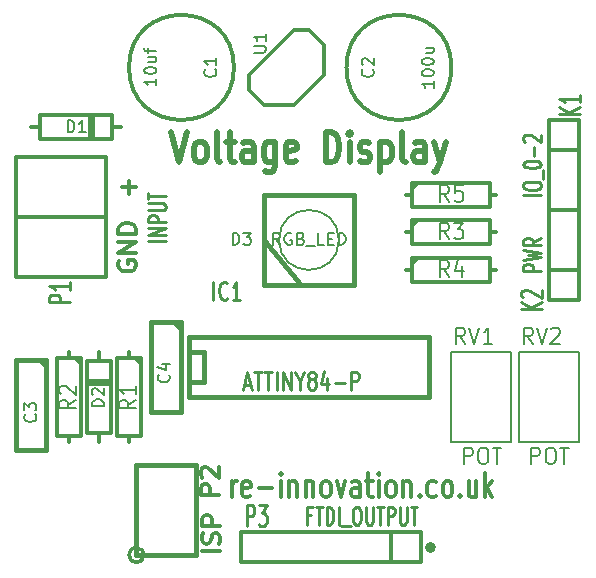
<source format=gto>
G04 (created by PCBNEW (2013-07-07 BZR 4022)-stable) date 02/06/2014 16:55:50*
%MOIN*%
G04 Gerber Fmt 3.4, Leading zero omitted, Abs format*
%FSLAX34Y34*%
G01*
G70*
G90*
G04 APERTURE LIST*
%ADD10C,0.00590551*%
%ADD11C,0.012*%
%ADD12C,0.02*%
%ADD13C,0.015*%
%ADD14C,0.005*%
%ADD15C,0.011811*%
%ADD16C,0.008*%
%ADD17C,0.0107*%
%ADD18C,0.01*%
%ADD19C,0.0106*%
%ADD20C,0.01125*%
G04 APERTURE END LIST*
G54D10*
G54D11*
X12685Y-5573D02*
X12685Y-5040D01*
X12685Y-5192D02*
X12714Y-5116D01*
X12742Y-5078D01*
X12800Y-5040D01*
X12857Y-5040D01*
X13285Y-5535D02*
X13228Y-5573D01*
X13114Y-5573D01*
X13057Y-5535D01*
X13028Y-5459D01*
X13028Y-5154D01*
X13057Y-5078D01*
X13114Y-5040D01*
X13228Y-5040D01*
X13285Y-5078D01*
X13314Y-5154D01*
X13314Y-5230D01*
X13028Y-5307D01*
X13571Y-5269D02*
X14028Y-5269D01*
X14314Y-5573D02*
X14314Y-5040D01*
X14314Y-4773D02*
X14285Y-4811D01*
X14314Y-4850D01*
X14342Y-4811D01*
X14314Y-4773D01*
X14314Y-4850D01*
X14600Y-5040D02*
X14600Y-5573D01*
X14600Y-5116D02*
X14628Y-5078D01*
X14685Y-5040D01*
X14771Y-5040D01*
X14828Y-5078D01*
X14857Y-5154D01*
X14857Y-5573D01*
X15142Y-5040D02*
X15142Y-5573D01*
X15142Y-5116D02*
X15171Y-5078D01*
X15228Y-5040D01*
X15314Y-5040D01*
X15371Y-5078D01*
X15400Y-5154D01*
X15400Y-5573D01*
X15771Y-5573D02*
X15714Y-5535D01*
X15685Y-5497D01*
X15657Y-5421D01*
X15657Y-5192D01*
X15685Y-5116D01*
X15714Y-5078D01*
X15771Y-5040D01*
X15857Y-5040D01*
X15914Y-5078D01*
X15942Y-5116D01*
X15971Y-5192D01*
X15971Y-5421D01*
X15942Y-5497D01*
X15914Y-5535D01*
X15857Y-5573D01*
X15771Y-5573D01*
X16171Y-5040D02*
X16314Y-5573D01*
X16457Y-5040D01*
X16942Y-5573D02*
X16942Y-5154D01*
X16914Y-5078D01*
X16857Y-5040D01*
X16742Y-5040D01*
X16685Y-5078D01*
X16942Y-5535D02*
X16885Y-5573D01*
X16742Y-5573D01*
X16685Y-5535D01*
X16657Y-5459D01*
X16657Y-5383D01*
X16685Y-5307D01*
X16742Y-5269D01*
X16885Y-5269D01*
X16942Y-5230D01*
X17142Y-5040D02*
X17371Y-5040D01*
X17228Y-4773D02*
X17228Y-5459D01*
X17257Y-5535D01*
X17314Y-5573D01*
X17371Y-5573D01*
X17571Y-5573D02*
X17571Y-5040D01*
X17571Y-4773D02*
X17542Y-4811D01*
X17571Y-4850D01*
X17600Y-4811D01*
X17571Y-4773D01*
X17571Y-4850D01*
X17942Y-5573D02*
X17885Y-5535D01*
X17857Y-5497D01*
X17828Y-5421D01*
X17828Y-5192D01*
X17857Y-5116D01*
X17885Y-5078D01*
X17942Y-5040D01*
X18028Y-5040D01*
X18085Y-5078D01*
X18114Y-5116D01*
X18142Y-5192D01*
X18142Y-5421D01*
X18114Y-5497D01*
X18085Y-5535D01*
X18028Y-5573D01*
X17942Y-5573D01*
X18400Y-5040D02*
X18400Y-5573D01*
X18400Y-5116D02*
X18428Y-5078D01*
X18485Y-5040D01*
X18571Y-5040D01*
X18628Y-5078D01*
X18657Y-5154D01*
X18657Y-5573D01*
X18942Y-5497D02*
X18971Y-5535D01*
X18942Y-5573D01*
X18914Y-5535D01*
X18942Y-5497D01*
X18942Y-5573D01*
X19485Y-5535D02*
X19428Y-5573D01*
X19314Y-5573D01*
X19257Y-5535D01*
X19228Y-5497D01*
X19200Y-5421D01*
X19200Y-5192D01*
X19228Y-5116D01*
X19257Y-5078D01*
X19314Y-5040D01*
X19428Y-5040D01*
X19485Y-5078D01*
X19828Y-5573D02*
X19771Y-5535D01*
X19742Y-5497D01*
X19714Y-5421D01*
X19714Y-5192D01*
X19742Y-5116D01*
X19771Y-5078D01*
X19828Y-5040D01*
X19914Y-5040D01*
X19971Y-5078D01*
X20000Y-5116D01*
X20028Y-5192D01*
X20028Y-5421D01*
X20000Y-5497D01*
X19971Y-5535D01*
X19914Y-5573D01*
X19828Y-5573D01*
X20285Y-5497D02*
X20314Y-5535D01*
X20285Y-5573D01*
X20257Y-5535D01*
X20285Y-5497D01*
X20285Y-5573D01*
X20828Y-5040D02*
X20828Y-5573D01*
X20571Y-5040D02*
X20571Y-5459D01*
X20600Y-5535D01*
X20657Y-5573D01*
X20742Y-5573D01*
X20800Y-5535D01*
X20828Y-5497D01*
X21114Y-5573D02*
X21114Y-4773D01*
X21171Y-5269D02*
X21342Y-5573D01*
X21342Y-5040D02*
X21114Y-5345D01*
G54D12*
X10659Y6595D02*
X10926Y5595D01*
X11192Y6595D01*
X11573Y5595D02*
X11497Y5642D01*
X11459Y5690D01*
X11421Y5785D01*
X11421Y6071D01*
X11459Y6166D01*
X11497Y6214D01*
X11573Y6261D01*
X11688Y6261D01*
X11764Y6214D01*
X11802Y6166D01*
X11840Y6071D01*
X11840Y5785D01*
X11802Y5690D01*
X11764Y5642D01*
X11688Y5595D01*
X11573Y5595D01*
X12297Y5595D02*
X12221Y5642D01*
X12183Y5738D01*
X12183Y6595D01*
X12488Y6261D02*
X12792Y6261D01*
X12602Y6595D02*
X12602Y5738D01*
X12640Y5642D01*
X12716Y5595D01*
X12792Y5595D01*
X13402Y5595D02*
X13402Y6119D01*
X13364Y6214D01*
X13288Y6261D01*
X13135Y6261D01*
X13059Y6214D01*
X13402Y5642D02*
X13326Y5595D01*
X13135Y5595D01*
X13059Y5642D01*
X13021Y5738D01*
X13021Y5833D01*
X13059Y5928D01*
X13135Y5976D01*
X13326Y5976D01*
X13402Y6023D01*
X14126Y6261D02*
X14126Y5452D01*
X14088Y5357D01*
X14050Y5309D01*
X13973Y5261D01*
X13859Y5261D01*
X13783Y5309D01*
X14126Y5642D02*
X14050Y5595D01*
X13897Y5595D01*
X13821Y5642D01*
X13783Y5690D01*
X13745Y5785D01*
X13745Y6071D01*
X13783Y6166D01*
X13821Y6214D01*
X13897Y6261D01*
X14050Y6261D01*
X14126Y6214D01*
X14811Y5642D02*
X14735Y5595D01*
X14583Y5595D01*
X14507Y5642D01*
X14469Y5738D01*
X14469Y6119D01*
X14507Y6214D01*
X14583Y6261D01*
X14735Y6261D01*
X14811Y6214D01*
X14850Y6119D01*
X14850Y6023D01*
X14469Y5928D01*
X15802Y5595D02*
X15802Y6595D01*
X15992Y6595D01*
X16107Y6547D01*
X16183Y6452D01*
X16221Y6357D01*
X16259Y6166D01*
X16259Y6023D01*
X16221Y5833D01*
X16183Y5738D01*
X16107Y5642D01*
X15992Y5595D01*
X15802Y5595D01*
X16602Y5595D02*
X16602Y6261D01*
X16602Y6595D02*
X16564Y6547D01*
X16602Y6500D01*
X16640Y6547D01*
X16602Y6595D01*
X16602Y6500D01*
X16945Y5642D02*
X17021Y5595D01*
X17173Y5595D01*
X17250Y5642D01*
X17288Y5738D01*
X17288Y5785D01*
X17250Y5880D01*
X17173Y5928D01*
X17059Y5928D01*
X16983Y5976D01*
X16945Y6071D01*
X16945Y6119D01*
X16983Y6214D01*
X17059Y6261D01*
X17173Y6261D01*
X17250Y6214D01*
X17630Y6261D02*
X17630Y5261D01*
X17630Y6214D02*
X17707Y6261D01*
X17859Y6261D01*
X17935Y6214D01*
X17973Y6166D01*
X18011Y6071D01*
X18011Y5785D01*
X17973Y5690D01*
X17935Y5642D01*
X17859Y5595D01*
X17707Y5595D01*
X17630Y5642D01*
X18469Y5595D02*
X18392Y5642D01*
X18354Y5738D01*
X18354Y6595D01*
X19116Y5595D02*
X19116Y6119D01*
X19078Y6214D01*
X19002Y6261D01*
X18849Y6261D01*
X18773Y6214D01*
X19116Y5642D02*
X19040Y5595D01*
X18849Y5595D01*
X18773Y5642D01*
X18735Y5738D01*
X18735Y5833D01*
X18773Y5928D01*
X18849Y5976D01*
X19040Y5976D01*
X19116Y6023D01*
X19421Y6261D02*
X19611Y5595D01*
X19802Y6261D02*
X19611Y5595D01*
X19535Y5357D01*
X19497Y5309D01*
X19421Y5261D01*
G54D13*
X15000Y1500D02*
X13750Y3000D01*
X16750Y4500D02*
X16750Y1500D01*
X16750Y1500D02*
X13750Y1500D01*
X13750Y1500D02*
X13750Y4500D01*
X13750Y4500D02*
X16750Y4500D01*
G54D14*
X16250Y3000D02*
G75*
G03X16250Y3000I-1000J0D01*
G74*
G01*
X16750Y1500D02*
X13750Y1500D01*
X13750Y1500D02*
X13750Y4500D01*
X13750Y4500D02*
X16750Y4500D01*
X16750Y1500D02*
X16750Y4500D01*
G54D11*
X14750Y10000D02*
X13250Y8500D01*
X13250Y8500D02*
X13250Y8000D01*
X13250Y8000D02*
X13750Y7500D01*
X13750Y7500D02*
X14750Y7500D01*
X14750Y7500D02*
X15750Y8500D01*
X15750Y8500D02*
X15750Y9500D01*
X15750Y9500D02*
X15250Y10000D01*
X15250Y10000D02*
X14750Y10000D01*
G54D13*
X6500Y-1000D02*
X5500Y-1000D01*
X5500Y-1000D02*
X5500Y-4000D01*
X5500Y-4000D02*
X6500Y-4000D01*
X6500Y-4000D02*
X6500Y-1000D01*
G54D11*
X6250Y-1000D02*
X6500Y-1250D01*
G54D10*
X22000Y-750D02*
X22000Y-3750D01*
X22000Y-3750D02*
X20000Y-3750D01*
X20000Y-3750D02*
X20000Y-750D01*
X20000Y-750D02*
X22000Y-750D01*
X24250Y-750D02*
X24250Y-3750D01*
X24250Y-3750D02*
X22250Y-3750D01*
X22250Y-3750D02*
X22250Y-750D01*
X22250Y-750D02*
X24250Y-750D01*
G54D13*
X11000Y250D02*
X10000Y250D01*
X10000Y250D02*
X10000Y-2750D01*
X10000Y-2750D02*
X11000Y-2750D01*
X11000Y-2750D02*
X11000Y250D01*
G54D11*
X10750Y250D02*
X11000Y0D01*
X20000Y8750D02*
G75*
G03X20000Y8750I-1750J0D01*
G74*
G01*
X8250Y-750D02*
X8250Y-1050D01*
X8250Y-1050D02*
X7850Y-1050D01*
X7850Y-1050D02*
X7850Y-3450D01*
X7850Y-3450D02*
X8250Y-3450D01*
X8250Y-3450D02*
X8250Y-3750D01*
X8250Y-3450D02*
X8650Y-3450D01*
X8650Y-3450D02*
X8650Y-1050D01*
X8650Y-1050D02*
X8250Y-1050D01*
X7850Y-1700D02*
X8650Y-1700D01*
X8650Y-1800D02*
X7850Y-1800D01*
X12750Y8750D02*
G75*
G03X12750Y8750I-1750J0D01*
G74*
G01*
X9000Y6750D02*
X8700Y6750D01*
X8700Y6750D02*
X8700Y7150D01*
X8700Y7150D02*
X6300Y7150D01*
X6300Y7150D02*
X6300Y6750D01*
X6300Y6750D02*
X6000Y6750D01*
X6300Y6750D02*
X6300Y6350D01*
X6300Y6350D02*
X8700Y6350D01*
X8700Y6350D02*
X8700Y6750D01*
X8050Y7150D02*
X8050Y6350D01*
X7950Y6350D02*
X7950Y7150D01*
G54D15*
X9750Y-7500D02*
G75*
G03X9750Y-7500I-250J0D01*
G74*
G01*
G54D13*
X9500Y-7500D02*
X9500Y-4500D01*
X9500Y-4500D02*
X11500Y-4500D01*
X11500Y-4500D02*
X11500Y-7500D01*
X11500Y-7500D02*
X9500Y-7500D01*
G54D15*
X5500Y5750D02*
X5500Y1750D01*
X8500Y5750D02*
X8500Y1750D01*
X5500Y1750D02*
X8500Y1750D01*
X8500Y3750D02*
X5500Y3750D01*
X5500Y5750D02*
X8500Y5750D01*
G54D13*
X19400Y-7250D02*
G75*
G03X19400Y-7250I-100J0D01*
G74*
G01*
G54D11*
X19000Y-6750D02*
X19000Y-7750D01*
X19000Y-7750D02*
X13000Y-7750D01*
X13000Y-7750D02*
X13000Y-6750D01*
X13000Y-6750D02*
X19000Y-6750D01*
X18000Y-6750D02*
X18000Y-7750D01*
X23250Y7000D02*
X24250Y7000D01*
X24250Y7000D02*
X24250Y4000D01*
X24250Y4000D02*
X23250Y4000D01*
X23250Y4000D02*
X23250Y7000D01*
X24250Y6000D02*
X23250Y6000D01*
X9250Y-750D02*
X9250Y-950D01*
X9250Y-3750D02*
X9250Y-3550D01*
X9250Y-3550D02*
X9650Y-3550D01*
X9650Y-3550D02*
X9650Y-950D01*
X9650Y-950D02*
X8850Y-950D01*
X8850Y-950D02*
X8850Y-3550D01*
X8850Y-3550D02*
X9250Y-3550D01*
X9450Y-950D02*
X9650Y-1150D01*
X7250Y-750D02*
X7250Y-950D01*
X7250Y-3750D02*
X7250Y-3550D01*
X7250Y-3550D02*
X7650Y-3550D01*
X7650Y-3550D02*
X7650Y-950D01*
X7650Y-950D02*
X6850Y-950D01*
X6850Y-950D02*
X6850Y-3550D01*
X6850Y-3550D02*
X7250Y-3550D01*
X7450Y-950D02*
X7650Y-1150D01*
X18500Y3250D02*
X18700Y3250D01*
X21500Y3250D02*
X21300Y3250D01*
X21300Y3250D02*
X21300Y3650D01*
X21300Y3650D02*
X18700Y3650D01*
X18700Y3650D02*
X18700Y2850D01*
X18700Y2850D02*
X21300Y2850D01*
X21300Y2850D02*
X21300Y3250D01*
X18700Y3450D02*
X18900Y3650D01*
X18500Y2000D02*
X18700Y2000D01*
X21500Y2000D02*
X21300Y2000D01*
X21300Y2000D02*
X21300Y2400D01*
X21300Y2400D02*
X18700Y2400D01*
X18700Y2400D02*
X18700Y1600D01*
X18700Y1600D02*
X21300Y1600D01*
X21300Y1600D02*
X21300Y2000D01*
X18700Y2200D02*
X18900Y2400D01*
X18500Y4500D02*
X18700Y4500D01*
X21500Y4500D02*
X21300Y4500D01*
X21300Y4500D02*
X21300Y4900D01*
X21300Y4900D02*
X18700Y4900D01*
X18700Y4900D02*
X18700Y4100D01*
X18700Y4100D02*
X21300Y4100D01*
X21300Y4100D02*
X21300Y4500D01*
X18700Y4700D02*
X18900Y4900D01*
G54D13*
X11250Y-250D02*
X19250Y-250D01*
X19250Y-2250D02*
X11250Y-2250D01*
X11250Y-2250D02*
X11250Y-250D01*
X11250Y-750D02*
X11750Y-750D01*
X11750Y-750D02*
X11750Y-1750D01*
X11750Y-1750D02*
X11250Y-1750D01*
X19250Y-250D02*
X19250Y-2250D01*
G54D11*
X24250Y1000D02*
X23250Y1000D01*
X23250Y1000D02*
X23250Y4000D01*
X23250Y4000D02*
X24250Y4000D01*
X24250Y4000D02*
X24250Y1000D01*
X23250Y2000D02*
X24250Y2000D01*
G54D16*
X12704Y2838D02*
X12704Y3238D01*
X12800Y3238D01*
X12857Y3219D01*
X12895Y3180D01*
X12914Y3142D01*
X12933Y3066D01*
X12933Y3009D01*
X12914Y2933D01*
X12895Y2895D01*
X12857Y2857D01*
X12800Y2838D01*
X12704Y2838D01*
X13066Y3238D02*
X13314Y3238D01*
X13180Y3085D01*
X13238Y3085D01*
X13276Y3066D01*
X13295Y3047D01*
X13314Y3009D01*
X13314Y2914D01*
X13295Y2876D01*
X13276Y2857D01*
X13238Y2838D01*
X13123Y2838D01*
X13085Y2857D01*
X13066Y2876D01*
X14278Y2838D02*
X14145Y3028D01*
X14050Y2838D02*
X14050Y3238D01*
X14202Y3238D01*
X14240Y3219D01*
X14259Y3200D01*
X14278Y3161D01*
X14278Y3104D01*
X14259Y3066D01*
X14240Y3047D01*
X14202Y3028D01*
X14050Y3028D01*
X14659Y3219D02*
X14621Y3238D01*
X14564Y3238D01*
X14507Y3219D01*
X14469Y3180D01*
X14450Y3142D01*
X14430Y3066D01*
X14430Y3009D01*
X14450Y2933D01*
X14469Y2895D01*
X14507Y2857D01*
X14564Y2838D01*
X14602Y2838D01*
X14659Y2857D01*
X14678Y2876D01*
X14678Y3009D01*
X14602Y3009D01*
X14983Y3047D02*
X15040Y3028D01*
X15059Y3009D01*
X15078Y2971D01*
X15078Y2914D01*
X15059Y2876D01*
X15040Y2857D01*
X15002Y2838D01*
X14850Y2838D01*
X14850Y3238D01*
X14983Y3238D01*
X15021Y3219D01*
X15040Y3200D01*
X15059Y3161D01*
X15059Y3123D01*
X15040Y3085D01*
X15021Y3066D01*
X14983Y3047D01*
X14850Y3047D01*
X15154Y2800D02*
X15459Y2800D01*
X15745Y2838D02*
X15554Y2838D01*
X15554Y3238D01*
X15878Y3047D02*
X16011Y3047D01*
X16069Y2838D02*
X15878Y2838D01*
X15878Y3238D01*
X16069Y3238D01*
X16240Y2838D02*
X16240Y3238D01*
X16335Y3238D01*
X16392Y3219D01*
X16430Y3180D01*
X16450Y3142D01*
X16469Y3066D01*
X16469Y3009D01*
X16450Y2933D01*
X16430Y2895D01*
X16392Y2857D01*
X16335Y2838D01*
X16240Y2838D01*
X13411Y9245D02*
X13735Y9245D01*
X13773Y9264D01*
X13792Y9283D01*
X13811Y9321D01*
X13811Y9397D01*
X13792Y9435D01*
X13773Y9454D01*
X13735Y9473D01*
X13411Y9473D01*
X13811Y9873D02*
X13811Y9645D01*
X13811Y9759D02*
X13411Y9759D01*
X13469Y9721D01*
X13507Y9683D01*
X13526Y9645D01*
X6123Y-2816D02*
X6142Y-2835D01*
X6161Y-2892D01*
X6161Y-2930D01*
X6142Y-2988D01*
X6104Y-3026D01*
X6066Y-3045D01*
X5990Y-3064D01*
X5933Y-3064D01*
X5857Y-3045D01*
X5819Y-3026D01*
X5780Y-2988D01*
X5761Y-2930D01*
X5761Y-2892D01*
X5780Y-2835D01*
X5800Y-2816D01*
X5761Y-2683D02*
X5761Y-2435D01*
X5914Y-2569D01*
X5914Y-2511D01*
X5933Y-2473D01*
X5952Y-2454D01*
X5990Y-2435D01*
X6085Y-2435D01*
X6123Y-2454D01*
X6142Y-2473D01*
X6161Y-2511D01*
X6161Y-2626D01*
X6142Y-2664D01*
X6123Y-2683D01*
X20452Y-472D02*
X20285Y-210D01*
X20166Y-472D02*
X20166Y77D01*
X20357Y77D01*
X20404Y51D01*
X20428Y25D01*
X20452Y-27D01*
X20452Y-105D01*
X20428Y-158D01*
X20404Y-184D01*
X20357Y-210D01*
X20166Y-210D01*
X20595Y77D02*
X20761Y-472D01*
X20928Y77D01*
X21357Y-472D02*
X21071Y-472D01*
X21214Y-472D02*
X21214Y77D01*
X21166Y-1D01*
X21119Y-53D01*
X21071Y-79D01*
X20416Y-4472D02*
X20416Y-3922D01*
X20607Y-3922D01*
X20654Y-3948D01*
X20678Y-3975D01*
X20702Y-4027D01*
X20702Y-4105D01*
X20678Y-4158D01*
X20654Y-4184D01*
X20607Y-4210D01*
X20416Y-4210D01*
X21011Y-3922D02*
X21107Y-3922D01*
X21154Y-3948D01*
X21202Y-4001D01*
X21226Y-4105D01*
X21226Y-4289D01*
X21202Y-4394D01*
X21154Y-4446D01*
X21107Y-4472D01*
X21011Y-4472D01*
X20964Y-4446D01*
X20916Y-4394D01*
X20892Y-4289D01*
X20892Y-4105D01*
X20916Y-4001D01*
X20964Y-3948D01*
X21011Y-3922D01*
X21369Y-3922D02*
X21654Y-3922D01*
X21511Y-4472D02*
X21511Y-3922D01*
X22702Y-472D02*
X22535Y-210D01*
X22416Y-472D02*
X22416Y77D01*
X22607Y77D01*
X22654Y51D01*
X22678Y25D01*
X22702Y-27D01*
X22702Y-105D01*
X22678Y-158D01*
X22654Y-184D01*
X22607Y-210D01*
X22416Y-210D01*
X22845Y77D02*
X23011Y-472D01*
X23178Y77D01*
X23321Y25D02*
X23345Y51D01*
X23392Y77D01*
X23511Y77D01*
X23559Y51D01*
X23583Y25D01*
X23607Y-27D01*
X23607Y-79D01*
X23583Y-158D01*
X23297Y-472D01*
X23607Y-472D01*
X22666Y-4472D02*
X22666Y-3922D01*
X22857Y-3922D01*
X22904Y-3948D01*
X22928Y-3975D01*
X22952Y-4027D01*
X22952Y-4105D01*
X22928Y-4158D01*
X22904Y-4184D01*
X22857Y-4210D01*
X22666Y-4210D01*
X23261Y-3922D02*
X23357Y-3922D01*
X23404Y-3948D01*
X23452Y-4001D01*
X23476Y-4105D01*
X23476Y-4289D01*
X23452Y-4394D01*
X23404Y-4446D01*
X23357Y-4472D01*
X23261Y-4472D01*
X23214Y-4446D01*
X23166Y-4394D01*
X23142Y-4289D01*
X23142Y-4105D01*
X23166Y-4001D01*
X23214Y-3948D01*
X23261Y-3922D01*
X23619Y-3922D02*
X23904Y-3922D01*
X23761Y-4472D02*
X23761Y-3922D01*
X10573Y-1491D02*
X10592Y-1510D01*
X10611Y-1567D01*
X10611Y-1605D01*
X10592Y-1663D01*
X10554Y-1701D01*
X10516Y-1720D01*
X10440Y-1739D01*
X10383Y-1739D01*
X10307Y-1720D01*
X10269Y-1701D01*
X10230Y-1663D01*
X10211Y-1605D01*
X10211Y-1567D01*
X10230Y-1510D01*
X10250Y-1491D01*
X10345Y-1148D02*
X10611Y-1148D01*
X10192Y-1244D02*
X10478Y-1339D01*
X10478Y-1091D01*
X17373Y8683D02*
X17392Y8664D01*
X17411Y8607D01*
X17411Y8569D01*
X17392Y8511D01*
X17354Y8473D01*
X17316Y8454D01*
X17240Y8435D01*
X17183Y8435D01*
X17107Y8454D01*
X17069Y8473D01*
X17030Y8511D01*
X17011Y8569D01*
X17011Y8607D01*
X17030Y8664D01*
X17050Y8683D01*
X17050Y8835D02*
X17030Y8854D01*
X17011Y8892D01*
X17011Y8988D01*
X17030Y9026D01*
X17050Y9045D01*
X17088Y9064D01*
X17126Y9064D01*
X17183Y9045D01*
X17411Y8816D01*
X17411Y9064D01*
X19411Y8302D02*
X19411Y8073D01*
X19411Y8188D02*
X19011Y8188D01*
X19069Y8150D01*
X19107Y8111D01*
X19126Y8073D01*
X19011Y8550D02*
X19011Y8588D01*
X19030Y8626D01*
X19050Y8645D01*
X19088Y8664D01*
X19164Y8683D01*
X19259Y8683D01*
X19335Y8664D01*
X19373Y8645D01*
X19392Y8626D01*
X19411Y8588D01*
X19411Y8550D01*
X19392Y8511D01*
X19373Y8492D01*
X19335Y8473D01*
X19259Y8454D01*
X19164Y8454D01*
X19088Y8473D01*
X19050Y8492D01*
X19030Y8511D01*
X19011Y8550D01*
X19011Y8930D02*
X19011Y8969D01*
X19030Y9007D01*
X19050Y9026D01*
X19088Y9045D01*
X19164Y9064D01*
X19259Y9064D01*
X19335Y9045D01*
X19373Y9026D01*
X19392Y9007D01*
X19411Y8969D01*
X19411Y8930D01*
X19392Y8892D01*
X19373Y8873D01*
X19335Y8854D01*
X19259Y8835D01*
X19164Y8835D01*
X19088Y8854D01*
X19050Y8873D01*
X19030Y8892D01*
X19011Y8930D01*
X19145Y9407D02*
X19411Y9407D01*
X19145Y9235D02*
X19354Y9235D01*
X19392Y9254D01*
X19411Y9292D01*
X19411Y9350D01*
X19392Y9388D01*
X19373Y9407D01*
X8411Y-2545D02*
X8011Y-2545D01*
X8011Y-2449D01*
X8030Y-2392D01*
X8069Y-2354D01*
X8107Y-2335D01*
X8183Y-2316D01*
X8240Y-2316D01*
X8316Y-2335D01*
X8354Y-2354D01*
X8392Y-2392D01*
X8411Y-2449D01*
X8411Y-2545D01*
X8050Y-2164D02*
X8030Y-2145D01*
X8011Y-2107D01*
X8011Y-2011D01*
X8030Y-1973D01*
X8050Y-1954D01*
X8088Y-1935D01*
X8126Y-1935D01*
X8183Y-1954D01*
X8411Y-2183D01*
X8411Y-1935D01*
X12123Y8683D02*
X12142Y8664D01*
X12161Y8607D01*
X12161Y8569D01*
X12142Y8511D01*
X12104Y8473D01*
X12066Y8454D01*
X11990Y8435D01*
X11933Y8435D01*
X11857Y8454D01*
X11819Y8473D01*
X11780Y8511D01*
X11761Y8569D01*
X11761Y8607D01*
X11780Y8664D01*
X11800Y8683D01*
X12161Y9064D02*
X12161Y8835D01*
X12161Y8950D02*
X11761Y8950D01*
X11819Y8911D01*
X11857Y8873D01*
X11876Y8835D01*
X10161Y8378D02*
X10161Y8150D01*
X10161Y8264D02*
X9761Y8264D01*
X9819Y8226D01*
X9857Y8188D01*
X9876Y8150D01*
X9761Y8626D02*
X9761Y8664D01*
X9780Y8702D01*
X9800Y8721D01*
X9838Y8740D01*
X9914Y8759D01*
X10009Y8759D01*
X10085Y8740D01*
X10123Y8721D01*
X10142Y8702D01*
X10161Y8664D01*
X10161Y8626D01*
X10142Y8588D01*
X10123Y8569D01*
X10085Y8550D01*
X10009Y8530D01*
X9914Y8530D01*
X9838Y8550D01*
X9800Y8569D01*
X9780Y8588D01*
X9761Y8626D01*
X9895Y9102D02*
X10161Y9102D01*
X9895Y8930D02*
X10104Y8930D01*
X10142Y8950D01*
X10161Y8988D01*
X10161Y9045D01*
X10142Y9083D01*
X10123Y9102D01*
X9895Y9235D02*
X9895Y9388D01*
X10161Y9292D02*
X9819Y9292D01*
X9780Y9311D01*
X9761Y9350D01*
X9761Y9388D01*
X7204Y6588D02*
X7204Y6988D01*
X7300Y6988D01*
X7357Y6969D01*
X7395Y6930D01*
X7414Y6892D01*
X7433Y6816D01*
X7433Y6759D01*
X7414Y6683D01*
X7395Y6645D01*
X7357Y6607D01*
X7300Y6588D01*
X7204Y6588D01*
X7814Y6588D02*
X7585Y6588D01*
X7700Y6588D02*
X7700Y6988D01*
X7661Y6930D01*
X7623Y6892D01*
X7585Y6873D01*
G54D11*
X12242Y-5492D02*
X11642Y-5492D01*
X11642Y-5264D01*
X11671Y-5207D01*
X11700Y-5178D01*
X11757Y-5150D01*
X11842Y-5150D01*
X11900Y-5178D01*
X11928Y-5207D01*
X11957Y-5264D01*
X11957Y-5492D01*
X11700Y-4921D02*
X11671Y-4892D01*
X11642Y-4835D01*
X11642Y-4692D01*
X11671Y-4635D01*
X11700Y-4607D01*
X11757Y-4578D01*
X11814Y-4578D01*
X11900Y-4607D01*
X12242Y-4950D01*
X12242Y-4578D01*
X12292Y-7385D02*
X11692Y-7385D01*
X12264Y-7128D02*
X12292Y-7042D01*
X12292Y-6900D01*
X12264Y-6842D01*
X12235Y-6814D01*
X12178Y-6785D01*
X12121Y-6785D01*
X12064Y-6814D01*
X12035Y-6842D01*
X12007Y-6900D01*
X11978Y-7014D01*
X11950Y-7071D01*
X11921Y-7100D01*
X11864Y-7128D01*
X11807Y-7128D01*
X11750Y-7100D01*
X11721Y-7071D01*
X11692Y-7014D01*
X11692Y-6871D01*
X11721Y-6785D01*
X12292Y-6528D02*
X11692Y-6528D01*
X11692Y-6299D01*
X11721Y-6242D01*
X11750Y-6214D01*
X11807Y-6185D01*
X11892Y-6185D01*
X11950Y-6214D01*
X11978Y-6242D01*
X12007Y-6299D01*
X12007Y-6528D01*
G54D17*
X7275Y934D02*
X6594Y934D01*
X6594Y1097D01*
X6627Y1137D01*
X6659Y1158D01*
X6724Y1178D01*
X6821Y1178D01*
X6886Y1158D01*
X6918Y1137D01*
X6951Y1097D01*
X6951Y934D01*
X7275Y1586D02*
X7275Y1341D01*
X7275Y1464D02*
X6594Y1464D01*
X6691Y1423D01*
X6756Y1382D01*
X6789Y1341D01*
G54D18*
X10492Y2978D02*
X9892Y2978D01*
X10492Y3169D02*
X9892Y3169D01*
X10492Y3397D01*
X9892Y3397D01*
X10492Y3588D02*
X9892Y3588D01*
X9892Y3740D01*
X9921Y3778D01*
X9950Y3797D01*
X10007Y3816D01*
X10092Y3816D01*
X10150Y3797D01*
X10178Y3778D01*
X10207Y3740D01*
X10207Y3588D01*
X9892Y3988D02*
X10378Y3988D01*
X10435Y4007D01*
X10464Y4026D01*
X10492Y4064D01*
X10492Y4140D01*
X10464Y4178D01*
X10435Y4197D01*
X10378Y4216D01*
X9892Y4216D01*
X9892Y4350D02*
X9892Y4578D01*
X10492Y4464D02*
X9892Y4464D01*
G54D11*
X8921Y2292D02*
X8892Y2235D01*
X8892Y2150D01*
X8921Y2064D01*
X8978Y2007D01*
X9035Y1978D01*
X9150Y1950D01*
X9235Y1950D01*
X9350Y1978D01*
X9407Y2007D01*
X9464Y2064D01*
X9492Y2150D01*
X9492Y2207D01*
X9464Y2292D01*
X9435Y2321D01*
X9235Y2321D01*
X9235Y2207D01*
X9492Y2578D02*
X8892Y2578D01*
X9492Y2921D01*
X8892Y2921D01*
X9492Y3207D02*
X8892Y3207D01*
X8892Y3350D01*
X8921Y3435D01*
X8978Y3492D01*
X9035Y3521D01*
X9150Y3550D01*
X9235Y3550D01*
X9350Y3521D01*
X9407Y3492D01*
X9464Y3435D01*
X9492Y3350D01*
X9492Y3207D01*
X9264Y4521D02*
X9264Y4978D01*
X9492Y4750D02*
X9035Y4750D01*
G54D17*
X13184Y-6525D02*
X13184Y-5844D01*
X13347Y-5844D01*
X13387Y-5877D01*
X13408Y-5909D01*
X13428Y-5974D01*
X13428Y-6071D01*
X13408Y-6136D01*
X13387Y-6168D01*
X13347Y-6201D01*
X13184Y-6201D01*
X13571Y-5844D02*
X13836Y-5844D01*
X13693Y-6104D01*
X13754Y-6104D01*
X13795Y-6136D01*
X13815Y-6168D01*
X13836Y-6233D01*
X13836Y-6395D01*
X13815Y-6460D01*
X13795Y-6493D01*
X13754Y-6525D01*
X13632Y-6525D01*
X13591Y-6493D01*
X13571Y-6460D01*
G54D18*
X15323Y-6178D02*
X15190Y-6178D01*
X15190Y-6492D02*
X15190Y-5892D01*
X15380Y-5892D01*
X15476Y-5892D02*
X15704Y-5892D01*
X15590Y-6492D02*
X15590Y-5892D01*
X15838Y-6492D02*
X15838Y-5892D01*
X15933Y-5892D01*
X15990Y-5921D01*
X16028Y-5978D01*
X16047Y-6035D01*
X16066Y-6150D01*
X16066Y-6235D01*
X16047Y-6350D01*
X16028Y-6407D01*
X15990Y-6464D01*
X15933Y-6492D01*
X15838Y-6492D01*
X16238Y-6492D02*
X16238Y-5892D01*
X16333Y-6550D02*
X16638Y-6550D01*
X16809Y-5892D02*
X16885Y-5892D01*
X16923Y-5921D01*
X16961Y-5978D01*
X16980Y-6092D01*
X16980Y-6292D01*
X16961Y-6407D01*
X16923Y-6464D01*
X16885Y-6492D01*
X16809Y-6492D01*
X16771Y-6464D01*
X16733Y-6407D01*
X16714Y-6292D01*
X16714Y-6092D01*
X16733Y-5978D01*
X16771Y-5921D01*
X16809Y-5892D01*
X17152Y-5892D02*
X17152Y-6378D01*
X17171Y-6435D01*
X17190Y-6464D01*
X17228Y-6492D01*
X17304Y-6492D01*
X17342Y-6464D01*
X17361Y-6435D01*
X17380Y-6378D01*
X17380Y-5892D01*
X17514Y-5892D02*
X17742Y-5892D01*
X17628Y-6492D02*
X17628Y-5892D01*
X17876Y-6492D02*
X17876Y-5892D01*
X18028Y-5892D01*
X18066Y-5921D01*
X18085Y-5950D01*
X18104Y-6007D01*
X18104Y-6092D01*
X18085Y-6150D01*
X18066Y-6178D01*
X18028Y-6207D01*
X17876Y-6207D01*
X18276Y-5892D02*
X18276Y-6378D01*
X18295Y-6435D01*
X18314Y-6464D01*
X18352Y-6492D01*
X18428Y-6492D01*
X18466Y-6464D01*
X18485Y-6435D01*
X18504Y-6378D01*
X18504Y-5892D01*
X18638Y-5892D02*
X18866Y-5892D01*
X18752Y-6492D02*
X18752Y-5892D01*
G54D19*
X24285Y7187D02*
X23580Y7187D01*
X24285Y7429D02*
X23882Y7247D01*
X23580Y7429D02*
X23983Y7187D01*
X24285Y7833D02*
X24285Y7590D01*
X24285Y7712D02*
X23580Y7712D01*
X23681Y7671D01*
X23748Y7631D01*
X23781Y7590D01*
G54D18*
X22992Y4509D02*
X22392Y4509D01*
X22392Y4776D02*
X22392Y4852D01*
X22421Y4890D01*
X22478Y4928D01*
X22592Y4947D01*
X22792Y4947D01*
X22907Y4928D01*
X22964Y4890D01*
X22992Y4852D01*
X22992Y4776D01*
X22964Y4738D01*
X22907Y4700D01*
X22792Y4680D01*
X22592Y4680D01*
X22478Y4700D01*
X22421Y4738D01*
X22392Y4776D01*
X23050Y5023D02*
X23050Y5328D01*
X22392Y5500D02*
X22392Y5538D01*
X22421Y5576D01*
X22450Y5595D01*
X22507Y5614D01*
X22621Y5633D01*
X22764Y5633D01*
X22878Y5614D01*
X22935Y5595D01*
X22964Y5576D01*
X22992Y5538D01*
X22992Y5500D01*
X22964Y5461D01*
X22935Y5442D01*
X22878Y5423D01*
X22764Y5404D01*
X22621Y5404D01*
X22507Y5423D01*
X22450Y5442D01*
X22421Y5461D01*
X22392Y5500D01*
X22764Y5804D02*
X22764Y6109D01*
X22450Y6280D02*
X22421Y6300D01*
X22392Y6338D01*
X22392Y6433D01*
X22421Y6471D01*
X22450Y6490D01*
X22507Y6509D01*
X22564Y6509D01*
X22650Y6490D01*
X22992Y6261D01*
X22992Y6509D01*
G54D16*
X9472Y-2333D02*
X9210Y-2500D01*
X9472Y-2619D02*
X8922Y-2619D01*
X8922Y-2428D01*
X8948Y-2380D01*
X8975Y-2357D01*
X9027Y-2333D01*
X9105Y-2333D01*
X9158Y-2357D01*
X9184Y-2380D01*
X9210Y-2428D01*
X9210Y-2619D01*
X9472Y-1857D02*
X9472Y-2142D01*
X9472Y-2000D02*
X8922Y-2000D01*
X9001Y-2047D01*
X9053Y-2095D01*
X9079Y-2142D01*
X7472Y-2333D02*
X7210Y-2500D01*
X7472Y-2619D02*
X6922Y-2619D01*
X6922Y-2428D01*
X6948Y-2380D01*
X6975Y-2357D01*
X7027Y-2333D01*
X7105Y-2333D01*
X7158Y-2357D01*
X7184Y-2380D01*
X7210Y-2428D01*
X7210Y-2619D01*
X6975Y-2142D02*
X6948Y-2119D01*
X6922Y-2071D01*
X6922Y-1952D01*
X6948Y-1904D01*
X6975Y-1880D01*
X7027Y-1857D01*
X7079Y-1857D01*
X7158Y-1880D01*
X7472Y-2166D01*
X7472Y-1857D01*
X19916Y3027D02*
X19750Y3289D01*
X19630Y3027D02*
X19630Y3577D01*
X19821Y3577D01*
X19869Y3551D01*
X19892Y3525D01*
X19916Y3472D01*
X19916Y3394D01*
X19892Y3341D01*
X19869Y3315D01*
X19821Y3289D01*
X19630Y3289D01*
X20083Y3577D02*
X20392Y3577D01*
X20226Y3367D01*
X20297Y3367D01*
X20345Y3341D01*
X20369Y3315D01*
X20392Y3263D01*
X20392Y3132D01*
X20369Y3079D01*
X20345Y3053D01*
X20297Y3027D01*
X20154Y3027D01*
X20107Y3053D01*
X20083Y3079D01*
X19916Y1777D02*
X19750Y2039D01*
X19630Y1777D02*
X19630Y2327D01*
X19821Y2327D01*
X19869Y2301D01*
X19892Y2275D01*
X19916Y2222D01*
X19916Y2144D01*
X19892Y2091D01*
X19869Y2065D01*
X19821Y2039D01*
X19630Y2039D01*
X20345Y2144D02*
X20345Y1777D01*
X20226Y2353D02*
X20107Y1960D01*
X20416Y1960D01*
X19916Y4277D02*
X19750Y4539D01*
X19630Y4277D02*
X19630Y4827D01*
X19821Y4827D01*
X19869Y4801D01*
X19892Y4775D01*
X19916Y4722D01*
X19916Y4644D01*
X19892Y4591D01*
X19869Y4565D01*
X19821Y4539D01*
X19630Y4539D01*
X20369Y4827D02*
X20130Y4827D01*
X20107Y4565D01*
X20130Y4591D01*
X20178Y4617D01*
X20297Y4617D01*
X20345Y4591D01*
X20369Y4565D01*
X20392Y4513D01*
X20392Y4382D01*
X20369Y4329D01*
X20345Y4303D01*
X20297Y4277D01*
X20178Y4277D01*
X20130Y4303D01*
X20107Y4329D01*
G54D20*
X12060Y1007D02*
X12060Y1607D01*
X12532Y1064D02*
X12510Y1035D01*
X12446Y1007D01*
X12403Y1007D01*
X12339Y1035D01*
X12296Y1092D01*
X12275Y1150D01*
X12253Y1264D01*
X12253Y1350D01*
X12275Y1464D01*
X12296Y1521D01*
X12339Y1578D01*
X12403Y1607D01*
X12446Y1607D01*
X12510Y1578D01*
X12532Y1550D01*
X12960Y1007D02*
X12703Y1007D01*
X12832Y1007D02*
X12832Y1607D01*
X12789Y1521D01*
X12746Y1464D01*
X12703Y1435D01*
G54D11*
G54D20*
X13082Y-1821D02*
X13296Y-1821D01*
X13039Y-1992D02*
X13189Y-1392D01*
X13339Y-1992D01*
X13425Y-1392D02*
X13682Y-1392D01*
X13553Y-1992D02*
X13553Y-1392D01*
X13767Y-1392D02*
X14025Y-1392D01*
X13896Y-1992D02*
X13896Y-1392D01*
X14175Y-1992D02*
X14175Y-1392D01*
X14389Y-1992D02*
X14389Y-1392D01*
X14646Y-1992D01*
X14646Y-1392D01*
X14946Y-1707D02*
X14946Y-1992D01*
X14796Y-1392D02*
X14946Y-1707D01*
X15096Y-1392D01*
X15310Y-1650D02*
X15267Y-1621D01*
X15246Y-1592D01*
X15225Y-1535D01*
X15225Y-1507D01*
X15246Y-1450D01*
X15267Y-1421D01*
X15310Y-1392D01*
X15396Y-1392D01*
X15439Y-1421D01*
X15460Y-1450D01*
X15482Y-1507D01*
X15482Y-1535D01*
X15460Y-1592D01*
X15439Y-1621D01*
X15396Y-1650D01*
X15310Y-1650D01*
X15267Y-1678D01*
X15246Y-1707D01*
X15225Y-1764D01*
X15225Y-1878D01*
X15246Y-1935D01*
X15267Y-1964D01*
X15310Y-1992D01*
X15396Y-1992D01*
X15439Y-1964D01*
X15460Y-1935D01*
X15482Y-1878D01*
X15482Y-1764D01*
X15460Y-1707D01*
X15439Y-1678D01*
X15396Y-1650D01*
X15867Y-1592D02*
X15867Y-1992D01*
X15760Y-1364D02*
X15653Y-1792D01*
X15932Y-1792D01*
X16103Y-1764D02*
X16446Y-1764D01*
X16660Y-1992D02*
X16660Y-1392D01*
X16832Y-1392D01*
X16875Y-1421D01*
X16896Y-1450D01*
X16917Y-1507D01*
X16917Y-1592D01*
X16896Y-1650D01*
X16875Y-1678D01*
X16832Y-1707D01*
X16660Y-1707D01*
G54D11*
G54D19*
X23035Y687D02*
X22330Y687D01*
X23035Y929D02*
X22632Y747D01*
X22330Y929D02*
X22733Y687D01*
X22397Y1090D02*
X22363Y1111D01*
X22330Y1151D01*
X22330Y1252D01*
X22363Y1292D01*
X22397Y1312D01*
X22464Y1333D01*
X22531Y1333D01*
X22632Y1312D01*
X23035Y1070D01*
X23035Y1333D01*
G54D18*
X22992Y1966D02*
X22392Y1966D01*
X22392Y2119D01*
X22421Y2157D01*
X22450Y2176D01*
X22507Y2195D01*
X22592Y2195D01*
X22650Y2176D01*
X22678Y2157D01*
X22707Y2119D01*
X22707Y1966D01*
X22392Y2328D02*
X22992Y2423D01*
X22564Y2500D01*
X22992Y2576D01*
X22392Y2671D01*
X22992Y3052D02*
X22707Y2919D01*
X22992Y2823D02*
X22392Y2823D01*
X22392Y2976D01*
X22421Y3014D01*
X22450Y3033D01*
X22507Y3052D01*
X22592Y3052D01*
X22650Y3033D01*
X22678Y3014D01*
X22707Y2976D01*
X22707Y2823D01*
M02*

</source>
